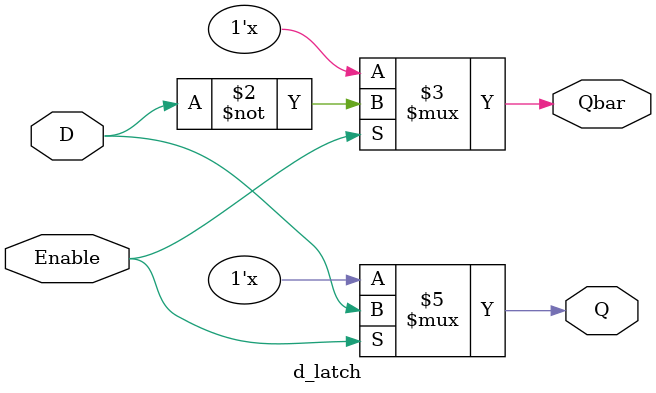
<source format=v>
`timescale 1ns / 1ps


module d_latch(
    input D,
    input Enable,
    output reg Q,
    output reg Qbar
    );
    always @ (D or Enable)     
        if(Enable)     
            begin        
                Q <= D;        
                Qbar <= ~D;    
             end  
endmodule

</source>
